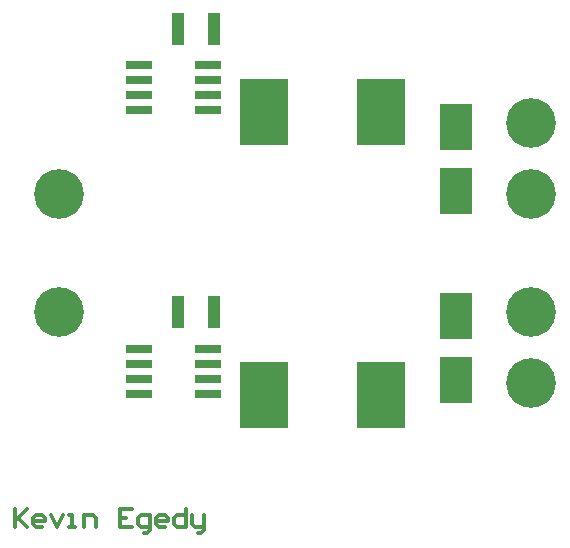
<source format=gts>
G04*
G04 #@! TF.GenerationSoftware,Altium Limited,Altium Designer,21.9.1 (22)*
G04*
G04 Layer_Color=8388736*
%FSLAX44Y44*%
%MOMM*%
G71*
G04*
G04 #@! TF.SameCoordinates,2345FEB6-A16B-4DA5-A685-52EC4FAC100B*
G04*
G04*
G04 #@! TF.FilePolarity,Negative*
G04*
G01*
G75*
%ADD16C,0.3000*%
%ADD17R,2.3032X0.8032*%
%ADD18R,4.0532X5.7032*%
%ADD19R,2.7532X3.9532*%
%ADD20R,1.1032X2.7032*%
%ADD21C,4.2032*%
D16*
X13000Y33313D02*
Y18078D01*
Y23157D01*
X23157Y33313D01*
X15539Y25696D01*
X23157Y18078D01*
X35853D02*
X30774D01*
X28235Y20617D01*
Y25696D01*
X30774Y28235D01*
X35853D01*
X38392Y25696D01*
Y23157D01*
X28235D01*
X43470Y28235D02*
X48548Y18078D01*
X53627Y28235D01*
X58705Y18078D02*
X63784D01*
X61244D01*
Y28235D01*
X58705D01*
X71401Y18078D02*
Y28235D01*
X79019D01*
X81558Y25696D01*
Y18078D01*
X112028Y33313D02*
X101871D01*
Y18078D01*
X112028D01*
X101871Y25696D02*
X106950D01*
X122185Y13000D02*
X124724D01*
X127263Y15539D01*
Y28235D01*
X119646D01*
X117106Y25696D01*
Y20617D01*
X119646Y18078D01*
X127263D01*
X139959D02*
X134881D01*
X132341Y20617D01*
Y25696D01*
X134881Y28235D01*
X139959D01*
X142498Y25696D01*
Y23157D01*
X132341D01*
X157733Y33313D02*
Y18078D01*
X150116D01*
X147577Y20617D01*
Y25696D01*
X150116Y28235D01*
X157733D01*
X162812D02*
Y20617D01*
X165351Y18078D01*
X172968D01*
Y15539D01*
X170429Y13000D01*
X167890D01*
X172968Y18078D02*
Y28235D01*
D17*
X118000Y409050D02*
D03*
Y396350D02*
D03*
Y383650D02*
D03*
Y370950D02*
D03*
X176000Y409050D02*
D03*
Y396350D02*
D03*
Y383650D02*
D03*
Y370950D02*
D03*
Y130950D02*
D03*
Y143650D02*
D03*
Y156350D02*
D03*
Y169050D02*
D03*
X118000Y130950D02*
D03*
Y143650D02*
D03*
Y156350D02*
D03*
Y169050D02*
D03*
D18*
X322750Y130000D02*
D03*
X223250D02*
D03*
X322750Y370000D02*
D03*
X223250D02*
D03*
D19*
X386000Y143000D02*
D03*
Y197000D02*
D03*
Y357000D02*
D03*
Y303000D02*
D03*
D20*
X181500Y200000D02*
D03*
X150500D02*
D03*
X181500Y440000D02*
D03*
X150500D02*
D03*
D21*
X50000Y300000D02*
D03*
Y200000D02*
D03*
X450000Y360000D02*
D03*
Y300000D02*
D03*
Y200000D02*
D03*
Y140000D02*
D03*
M02*

</source>
